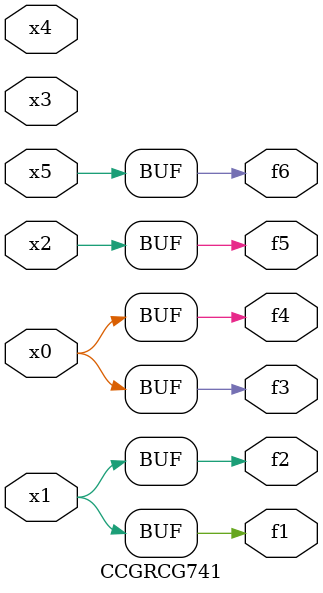
<source format=v>
module CCGRCG741(
	input x0, x1, x2, x3, x4, x5,
	output f1, f2, f3, f4, f5, f6
);
	assign f1 = x1;
	assign f2 = x1;
	assign f3 = x0;
	assign f4 = x0;
	assign f5 = x2;
	assign f6 = x5;
endmodule

</source>
